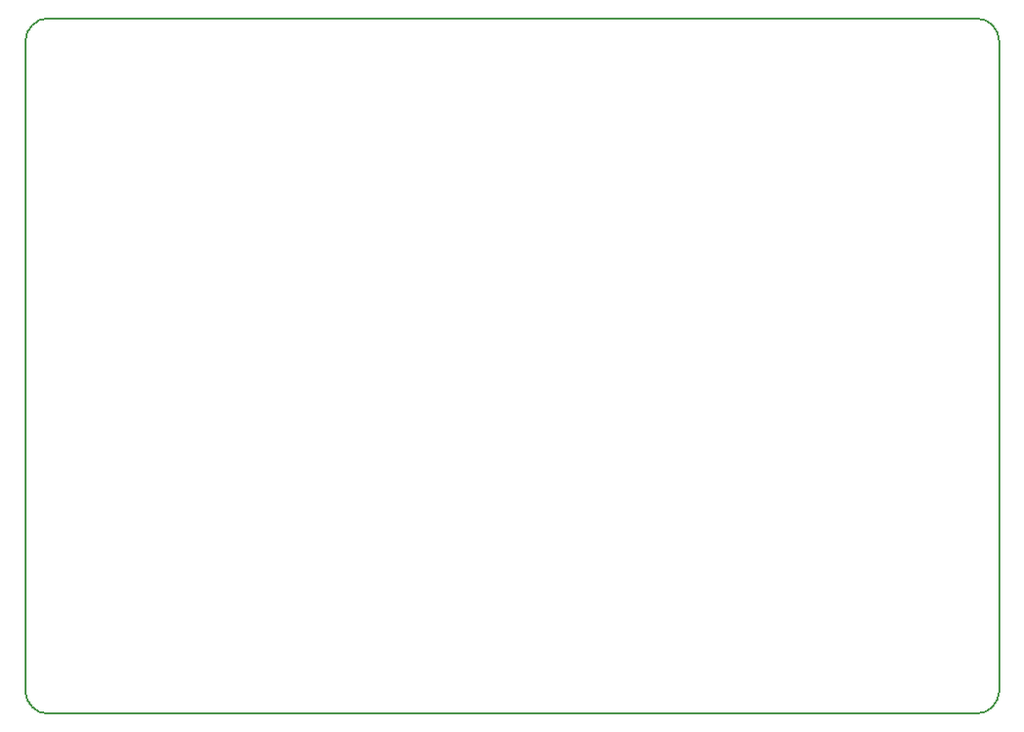
<source format=gbr>
%TF.GenerationSoftware,KiCad,Pcbnew,(5.0.0)*%
%TF.CreationDate,2020-03-10T19:42:46+00:00*%
%TF.ProjectId,Blast Furnace PCB,426C617374204675726E616365205043,rev?*%
%TF.SameCoordinates,Original*%
%TF.FileFunction,Profile,NP*%
%FSLAX46Y46*%
G04 Gerber Fmt 4.6, Leading zero omitted, Abs format (unit mm)*
G04 Created by KiCad (PCBNEW (5.0.0)) date 03/10/20 19:42:46*
%MOMM*%
%LPD*%
G01*
G04 APERTURE LIST*
%ADD10C,0.150000*%
G04 APERTURE END LIST*
D10*
X79100000Y-148600000D02*
G75*
G02X77100000Y-146600000I0J2000000D01*
G01*
X77100000Y-90600000D02*
G75*
G02X79100000Y-88600000I2000000J0D01*
G01*
X159100000Y-88600000D02*
G75*
G02X161100000Y-90600000I0J-2000000D01*
G01*
X161100000Y-146600000D02*
G75*
G02X159100000Y-148600000I-2000000J0D01*
G01*
X77100000Y-90600000D02*
X77100000Y-146600000D01*
X159100000Y-88600000D02*
X79100000Y-88600000D01*
X161100000Y-146600000D02*
X161100000Y-90600000D01*
X79098438Y-148600000D02*
X159100000Y-148600000D01*
M02*

</source>
